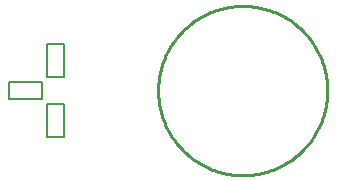
<source format=gbo>
G04 EAGLE Gerber RS-274X export*
G75*
%MOMM*%
%FSLAX34Y34*%
%LPD*%
%INSilkscreen Bottom*%
%IPPOS*%
%AMOC8*
5,1,8,0,0,1.08239X$1,22.5*%
G01*
%ADD10C,0.254000*%
%ADD11C,0.127000*%


D10*
X144272Y76200D02*
X144294Y77958D01*
X144358Y79715D01*
X144466Y81469D01*
X144617Y83221D01*
X144811Y84968D01*
X145047Y86710D01*
X145327Y88446D01*
X145648Y90174D01*
X146012Y91894D01*
X146419Y93604D01*
X146867Y95304D01*
X147356Y96993D01*
X147887Y98668D01*
X148459Y100331D01*
X149072Y101979D01*
X149724Y103611D01*
X150417Y105227D01*
X151149Y106825D01*
X151920Y108405D01*
X152730Y109965D01*
X153577Y111505D01*
X154463Y113024D01*
X155385Y114521D01*
X156343Y115994D01*
X157338Y117444D01*
X158368Y118869D01*
X159432Y120268D01*
X160531Y121640D01*
X161663Y122985D01*
X162827Y124302D01*
X164024Y125590D01*
X165251Y126849D01*
X166510Y128076D01*
X167798Y129273D01*
X169115Y130437D01*
X170460Y131569D01*
X171832Y132668D01*
X173231Y133732D01*
X174656Y134762D01*
X176106Y135757D01*
X177579Y136715D01*
X179076Y137637D01*
X180595Y138523D01*
X182135Y139370D01*
X183695Y140180D01*
X185275Y140951D01*
X186873Y141683D01*
X188489Y142376D01*
X190121Y143028D01*
X191769Y143641D01*
X193432Y144213D01*
X195107Y144744D01*
X196796Y145233D01*
X198496Y145681D01*
X200206Y146088D01*
X201926Y146452D01*
X203654Y146773D01*
X205390Y147053D01*
X207132Y147289D01*
X208879Y147483D01*
X210631Y147634D01*
X212385Y147742D01*
X214142Y147806D01*
X215900Y147828D01*
X217658Y147806D01*
X219415Y147742D01*
X221169Y147634D01*
X222921Y147483D01*
X224668Y147289D01*
X226410Y147053D01*
X228146Y146773D01*
X229874Y146452D01*
X231594Y146088D01*
X233304Y145681D01*
X235004Y145233D01*
X236693Y144744D01*
X238368Y144213D01*
X240031Y143641D01*
X241679Y143028D01*
X243311Y142376D01*
X244927Y141683D01*
X246525Y140951D01*
X248105Y140180D01*
X249665Y139370D01*
X251205Y138523D01*
X252724Y137637D01*
X254221Y136715D01*
X255694Y135757D01*
X257144Y134762D01*
X258569Y133732D01*
X259968Y132668D01*
X261340Y131569D01*
X262685Y130437D01*
X264002Y129273D01*
X265290Y128076D01*
X266549Y126849D01*
X267776Y125590D01*
X268973Y124302D01*
X270137Y122985D01*
X271269Y121640D01*
X272368Y120268D01*
X273432Y118869D01*
X274462Y117444D01*
X275457Y115994D01*
X276415Y114521D01*
X277337Y113024D01*
X278223Y111505D01*
X279070Y109965D01*
X279880Y108405D01*
X280651Y106825D01*
X281383Y105227D01*
X282076Y103611D01*
X282728Y101979D01*
X283341Y100331D01*
X283913Y98668D01*
X284444Y96993D01*
X284933Y95304D01*
X285381Y93604D01*
X285788Y91894D01*
X286152Y90174D01*
X286473Y88446D01*
X286753Y86710D01*
X286989Y84968D01*
X287183Y83221D01*
X287334Y81469D01*
X287442Y79715D01*
X287506Y77958D01*
X287528Y76200D01*
X287506Y74442D01*
X287442Y72685D01*
X287334Y70931D01*
X287183Y69179D01*
X286989Y67432D01*
X286753Y65690D01*
X286473Y63954D01*
X286152Y62226D01*
X285788Y60506D01*
X285381Y58796D01*
X284933Y57096D01*
X284444Y55407D01*
X283913Y53732D01*
X283341Y52069D01*
X282728Y50421D01*
X282076Y48789D01*
X281383Y47173D01*
X280651Y45575D01*
X279880Y43995D01*
X279070Y42435D01*
X278223Y40895D01*
X277337Y39376D01*
X276415Y37879D01*
X275457Y36406D01*
X274462Y34956D01*
X273432Y33531D01*
X272368Y32132D01*
X271269Y30760D01*
X270137Y29415D01*
X268973Y28098D01*
X267776Y26810D01*
X266549Y25551D01*
X265290Y24324D01*
X264002Y23127D01*
X262685Y21963D01*
X261340Y20831D01*
X259968Y19732D01*
X258569Y18668D01*
X257144Y17638D01*
X255694Y16643D01*
X254221Y15685D01*
X252724Y14763D01*
X251205Y13877D01*
X249665Y13030D01*
X248105Y12220D01*
X246525Y11449D01*
X244927Y10717D01*
X243311Y10024D01*
X241679Y9372D01*
X240031Y8759D01*
X238368Y8187D01*
X236693Y7656D01*
X235004Y7167D01*
X233304Y6719D01*
X231594Y6312D01*
X229874Y5948D01*
X228146Y5627D01*
X226410Y5347D01*
X224668Y5111D01*
X222921Y4917D01*
X221169Y4766D01*
X219415Y4658D01*
X217658Y4594D01*
X215900Y4572D01*
X214142Y4594D01*
X212385Y4658D01*
X210631Y4766D01*
X208879Y4917D01*
X207132Y5111D01*
X205390Y5347D01*
X203654Y5627D01*
X201926Y5948D01*
X200206Y6312D01*
X198496Y6719D01*
X196796Y7167D01*
X195107Y7656D01*
X193432Y8187D01*
X191769Y8759D01*
X190121Y9372D01*
X188489Y10024D01*
X186873Y10717D01*
X185275Y11449D01*
X183695Y12220D01*
X182135Y13030D01*
X180595Y13877D01*
X179076Y14763D01*
X177579Y15685D01*
X176106Y16643D01*
X174656Y17638D01*
X173231Y18668D01*
X171832Y19732D01*
X170460Y20831D01*
X169115Y21963D01*
X167798Y23127D01*
X166510Y24324D01*
X165251Y25551D01*
X164024Y26810D01*
X162827Y28098D01*
X161663Y29415D01*
X160531Y30760D01*
X159432Y32132D01*
X158368Y33531D01*
X157338Y34956D01*
X156343Y36406D01*
X155385Y37879D01*
X154463Y39376D01*
X153577Y40895D01*
X152730Y42435D01*
X151920Y43995D01*
X151149Y45575D01*
X150417Y47173D01*
X149724Y48789D01*
X149072Y50421D01*
X148459Y52069D01*
X147887Y53732D01*
X147356Y55407D01*
X146867Y57096D01*
X146419Y58796D01*
X146012Y60506D01*
X145648Y62226D01*
X145327Y63954D01*
X145047Y65690D01*
X144811Y67432D01*
X144617Y69179D01*
X144466Y70931D01*
X144358Y72685D01*
X144294Y74442D01*
X144272Y76200D01*
D11*
X64150Y87600D02*
X64150Y115600D01*
X50150Y115600D01*
X50150Y87600D01*
X64150Y87600D01*
X45750Y83200D02*
X17750Y83200D01*
X17750Y69200D01*
X45750Y69200D01*
X45750Y83200D01*
X50150Y64800D02*
X50150Y36800D01*
X64150Y36800D01*
X64150Y64800D01*
X50150Y64800D01*
M02*

</source>
